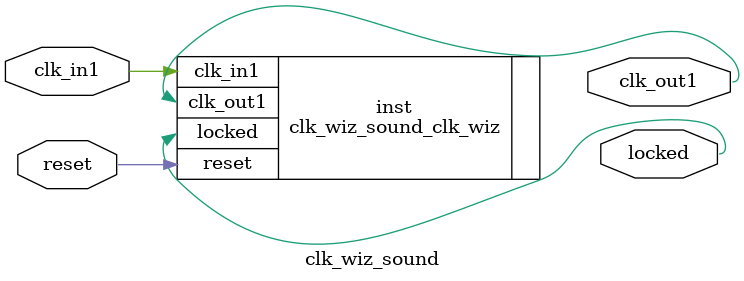
<source format=v>


`timescale 1ps/1ps

(* CORE_GENERATION_INFO = "clk_wiz_sound,clk_wiz_v6_0_3_0_0,{component_name=clk_wiz_sound,use_phase_alignment=true,use_min_o_jitter=false,use_max_i_jitter=false,use_dyn_phase_shift=false,use_inclk_switchover=false,use_dyn_reconfig=false,enable_axi=0,feedback_source=FDBK_AUTO,PRIMITIVE=MMCM,num_out_clk=1,clkin1_period=10.000,clkin2_period=10.000,use_power_down=false,use_reset=true,use_locked=true,use_inclk_stopped=false,feedback_type=SINGLE,CLOCK_MGR_TYPE=NA,manual_override=false}" *)

module clk_wiz_sound 
 (
  // Clock out ports
  output        clk_out1,
  // Status and control signals
  input         reset,
  output        locked,
 // Clock in ports
  input         clk_in1
 );

  clk_wiz_sound_clk_wiz inst
  (
  // Clock out ports  
  .clk_out1(clk_out1),
  // Status and control signals               
  .reset(reset), 
  .locked(locked),
 // Clock in ports
  .clk_in1(clk_in1)
  );

endmodule

</source>
